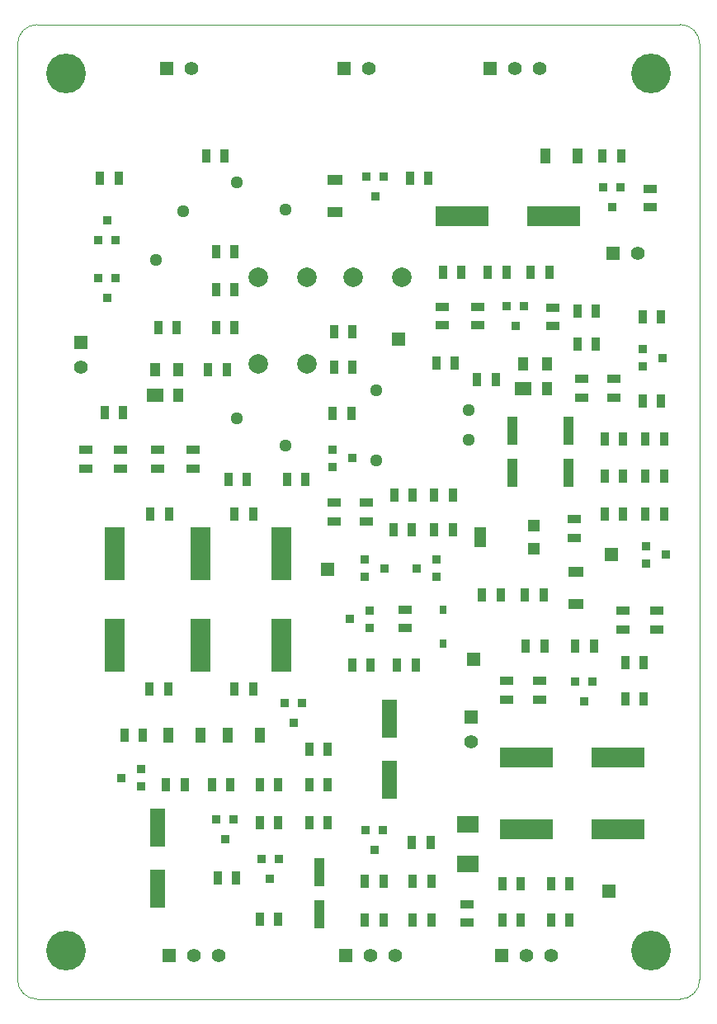
<source format=gts>
G04 (created by PCBNEW (2013-mar-13)-testing) date Sun 07 Jul 2013 01:13:12 PM PDT*
%MOIN*%
G04 Gerber Fmt 3.4, Leading zero omitted, Abs format*
%FSLAX34Y34*%
G01*
G70*
G90*
G04 APERTURE LIST*
%ADD10C,0.005906*%
%ADD11C,0.003937*%
%ADD12C,0.078700*%
%ADD13R,0.086614X0.070866*%
%ADD14R,0.025591X0.038189*%
%ADD15R,0.062992X0.039370*%
%ADD16R,0.055000X0.055000*%
%ADD17C,0.055000*%
%ADD18R,0.051181X0.051181*%
%ADD19R,0.051181X0.078740*%
%ADD20C,0.051200*%
%ADD21R,0.059055X0.157480*%
%ADD22R,0.039370X0.118110*%
%ADD23R,0.070866X0.056102*%
%ADD24R,0.039370X0.056102*%
%ADD25C,0.160000*%
%ADD26R,0.039370X0.062992*%
%ADD27R,0.035000X0.055000*%
%ADD28R,0.055000X0.035000*%
%ADD29R,0.036000X0.036000*%
%ADD30R,0.216500X0.078700*%
%ADD31R,0.078700X0.216500*%
G04 APERTURE END LIST*
G54D10*
G54D11*
X66141Y-59055D02*
G75*
G03X66929Y-58267I0J787D01*
G74*
G01*
X39370Y-58267D02*
G75*
G03X40157Y-59055I787J0D01*
G74*
G01*
X66929Y-20472D02*
G75*
G03X66141Y-19685I-787J0D01*
G74*
G01*
X40157Y-19685D02*
G75*
G03X39370Y-20472I0J-787D01*
G74*
G01*
X66141Y-19685D02*
X40157Y-19685D01*
X66929Y-58267D02*
X66929Y-20472D01*
X40157Y-59055D02*
X66141Y-59055D01*
X39370Y-20472D02*
X39370Y-58267D01*
G54D12*
X52913Y-29881D03*
X54881Y-29881D03*
X51062Y-29881D03*
X49094Y-29881D03*
X51062Y-33385D03*
X49094Y-33385D03*
G54D13*
X57559Y-51988D03*
X57559Y-53602D03*
G54D14*
X56574Y-44685D03*
X56574Y-43314D03*
G54D15*
X52204Y-27263D03*
X52204Y-25964D03*
X61929Y-41791D03*
X61929Y-43090D03*
G54D16*
X58448Y-21456D03*
G54D17*
X59448Y-21456D03*
X60448Y-21456D03*
G54D16*
X45496Y-57283D03*
G54D17*
X46496Y-57283D03*
X47496Y-57283D03*
G54D16*
X51889Y-41692D03*
X54763Y-32401D03*
X57795Y-45314D03*
X63346Y-41102D03*
X63267Y-54685D03*
X58921Y-57283D03*
G54D17*
X59921Y-57283D03*
X60921Y-57283D03*
G54D16*
X52622Y-57283D03*
G54D17*
X53622Y-57283D03*
X54622Y-57283D03*
G54D18*
X60216Y-40846D03*
X60216Y-39940D03*
G54D19*
X58051Y-40393D03*
G54D20*
X57598Y-36456D03*
X57598Y-35275D03*
X53858Y-37283D03*
X53858Y-34448D03*
G54D16*
X63437Y-28937D03*
G54D17*
X64437Y-28937D03*
G54D16*
X57677Y-47649D03*
G54D17*
X57677Y-48649D03*
G54D16*
X52570Y-21456D03*
G54D17*
X53570Y-21456D03*
G54D16*
X41929Y-32531D03*
G54D17*
X41929Y-33531D03*
G54D16*
X45405Y-21456D03*
G54D17*
X46405Y-21456D03*
G54D21*
X45039Y-54606D03*
X45039Y-52125D03*
X54409Y-50196D03*
X54409Y-47716D03*
G54D22*
X51574Y-55629D03*
X51574Y-53937D03*
X59370Y-37795D03*
X59370Y-36102D03*
X61614Y-37795D03*
X61614Y-36102D03*
G54D23*
X44921Y-34645D03*
G54D24*
X45866Y-34645D03*
X45866Y-33631D03*
X44921Y-33631D03*
G54D23*
X59803Y-34409D03*
G54D24*
X60748Y-34409D03*
X60748Y-33395D03*
X59803Y-33395D03*
G54D25*
X41338Y-21653D03*
X64960Y-21653D03*
X41338Y-57086D03*
X64960Y-57086D03*
G54D26*
X46751Y-48385D03*
X45452Y-48385D03*
X49153Y-48385D03*
X47854Y-48385D03*
G54D27*
X44743Y-39448D03*
X45493Y-39448D03*
X42695Y-25905D03*
X43445Y-25905D03*
X44703Y-46535D03*
X45453Y-46535D03*
X58955Y-55866D03*
X59705Y-55866D03*
X48128Y-39448D03*
X48878Y-39448D03*
X60097Y-29685D03*
X60847Y-29685D03*
G54D28*
X57952Y-31831D03*
X57952Y-31081D03*
X56535Y-31081D03*
X56535Y-31831D03*
G54D27*
X48128Y-46535D03*
X48878Y-46535D03*
X47380Y-28858D03*
X48130Y-28858D03*
X52894Y-33543D03*
X52144Y-33543D03*
X56554Y-29685D03*
X57304Y-29685D03*
X63916Y-46929D03*
X64666Y-46929D03*
G54D28*
X60472Y-46949D03*
X60472Y-46199D03*
X59133Y-46199D03*
X59133Y-46949D03*
X53464Y-38995D03*
X53464Y-39745D03*
G54D27*
X47380Y-30393D03*
X48130Y-30393D03*
X47380Y-31929D03*
X48130Y-31929D03*
X60650Y-44803D03*
X59900Y-44803D03*
X42892Y-35354D03*
X43642Y-35354D03*
X56199Y-38700D03*
X56949Y-38700D03*
X47892Y-38070D03*
X48642Y-38070D03*
G54D28*
X43543Y-36869D03*
X43543Y-37619D03*
G54D27*
X54585Y-38700D03*
X55335Y-38700D03*
X54546Y-40078D03*
X55296Y-40078D03*
X55333Y-55866D03*
X56083Y-55866D03*
X55333Y-54291D03*
X56083Y-54291D03*
X60611Y-42716D03*
X59861Y-42716D03*
X51910Y-48976D03*
X51160Y-48976D03*
X49152Y-51929D03*
X49902Y-51929D03*
X47459Y-54173D03*
X48209Y-54173D03*
X63089Y-36417D03*
X63839Y-36417D03*
X64743Y-37913D03*
X65493Y-37913D03*
X63839Y-37913D03*
X63089Y-37913D03*
X64743Y-36417D03*
X65493Y-36417D03*
X59705Y-54409D03*
X58955Y-54409D03*
X50254Y-38070D03*
X51004Y-38070D03*
X60924Y-55866D03*
X61674Y-55866D03*
G54D28*
X60984Y-31871D03*
X60984Y-31121D03*
X57519Y-55965D03*
X57519Y-55215D03*
G54D27*
X52144Y-32086D03*
X52894Y-32086D03*
X61987Y-31259D03*
X62737Y-31259D03*
X52855Y-35393D03*
X52105Y-35393D03*
X60924Y-54409D03*
X61674Y-54409D03*
X59115Y-29685D03*
X58365Y-29685D03*
G54D28*
X52165Y-38995D03*
X52165Y-39745D03*
G54D27*
X61987Y-32598D03*
X62737Y-32598D03*
X57028Y-33346D03*
X56278Y-33346D03*
X64666Y-45472D03*
X63916Y-45472D03*
X61908Y-44803D03*
X62658Y-44803D03*
G54D28*
X63464Y-33995D03*
X63464Y-34745D03*
X62165Y-34745D03*
X62165Y-33995D03*
G54D27*
X58682Y-34015D03*
X57932Y-34015D03*
X47065Y-33622D03*
X47815Y-33622D03*
X45058Y-31929D03*
X45808Y-31929D03*
G54D28*
X46456Y-36869D03*
X46456Y-37619D03*
X45039Y-37619D03*
X45039Y-36869D03*
X42125Y-36869D03*
X42125Y-37619D03*
X55039Y-44075D03*
X55039Y-43325D03*
G54D27*
X53642Y-45551D03*
X52892Y-45551D03*
X63010Y-25000D03*
X63760Y-25000D03*
X56199Y-40078D03*
X56949Y-40078D03*
X55215Y-25905D03*
X55965Y-25905D03*
G54D28*
X64921Y-26317D03*
X64921Y-27067D03*
G54D27*
X53404Y-54291D03*
X54154Y-54291D03*
X55294Y-52716D03*
X56044Y-52716D03*
X58878Y-42716D03*
X58128Y-42716D03*
X54154Y-55866D03*
X53404Y-55866D03*
X51160Y-51929D03*
X51910Y-51929D03*
X51910Y-50393D03*
X51160Y-50393D03*
G54D28*
X61850Y-40414D03*
X61850Y-39664D03*
G54D27*
X49152Y-50393D03*
X49902Y-50393D03*
X49152Y-55826D03*
X49902Y-55826D03*
X64625Y-31496D03*
X65375Y-31496D03*
X63089Y-39448D03*
X63839Y-39448D03*
G54D28*
X63818Y-43365D03*
X63818Y-44115D03*
X65196Y-44115D03*
X65196Y-43365D03*
G54D27*
X64625Y-34881D03*
X65375Y-34881D03*
X44430Y-48385D03*
X43680Y-48385D03*
X64743Y-39448D03*
X65493Y-39448D03*
X55453Y-45551D03*
X54703Y-45551D03*
X47973Y-50393D03*
X47223Y-50393D03*
X46123Y-50393D03*
X45373Y-50393D03*
G54D29*
X42642Y-29914D03*
X43342Y-29914D03*
X42992Y-30714D03*
X43342Y-28392D03*
X42642Y-28392D03*
X42992Y-27592D03*
X64639Y-33499D03*
X64639Y-32799D03*
X65439Y-33149D03*
X53468Y-25820D03*
X54168Y-25820D03*
X53818Y-26620D03*
X53588Y-43350D03*
X53588Y-44050D03*
X52788Y-43700D03*
X53379Y-42003D03*
X53379Y-41303D03*
X54179Y-41653D03*
X56305Y-41303D03*
X56305Y-42003D03*
X55505Y-41653D03*
G54D20*
X48228Y-35590D03*
X50197Y-36692D03*
X48228Y-26063D03*
X50197Y-27165D03*
X44960Y-29192D03*
X46062Y-27224D03*
G54D30*
X59921Y-52204D03*
X63621Y-52204D03*
X59921Y-49291D03*
X63621Y-49291D03*
G54D31*
X50039Y-41063D03*
X50039Y-44763D03*
X46771Y-44763D03*
X46771Y-41063D03*
G54D30*
X57323Y-27440D03*
X61023Y-27440D03*
G54D31*
X43307Y-41063D03*
X43307Y-44763D03*
G54D29*
X44376Y-49768D03*
X44376Y-50468D03*
X43576Y-50118D03*
X47405Y-51804D03*
X48105Y-51804D03*
X47755Y-52604D03*
X50161Y-47080D03*
X50861Y-47080D03*
X50511Y-47880D03*
X64757Y-41452D03*
X64757Y-40752D03*
X65557Y-41102D03*
X49216Y-53379D03*
X49916Y-53379D03*
X49566Y-54179D03*
X53429Y-52237D03*
X54129Y-52237D03*
X53779Y-53037D03*
X63035Y-26253D03*
X63735Y-26253D03*
X63385Y-27053D03*
X52080Y-37554D03*
X52080Y-36854D03*
X52880Y-37204D03*
X61894Y-46214D03*
X62594Y-46214D03*
X62244Y-47014D03*
X59138Y-31056D03*
X59838Y-31056D03*
X59488Y-31856D03*
G54D27*
X46987Y-25000D03*
X47737Y-25000D03*
G54D26*
X61988Y-25000D03*
X60688Y-25000D03*
M02*

</source>
